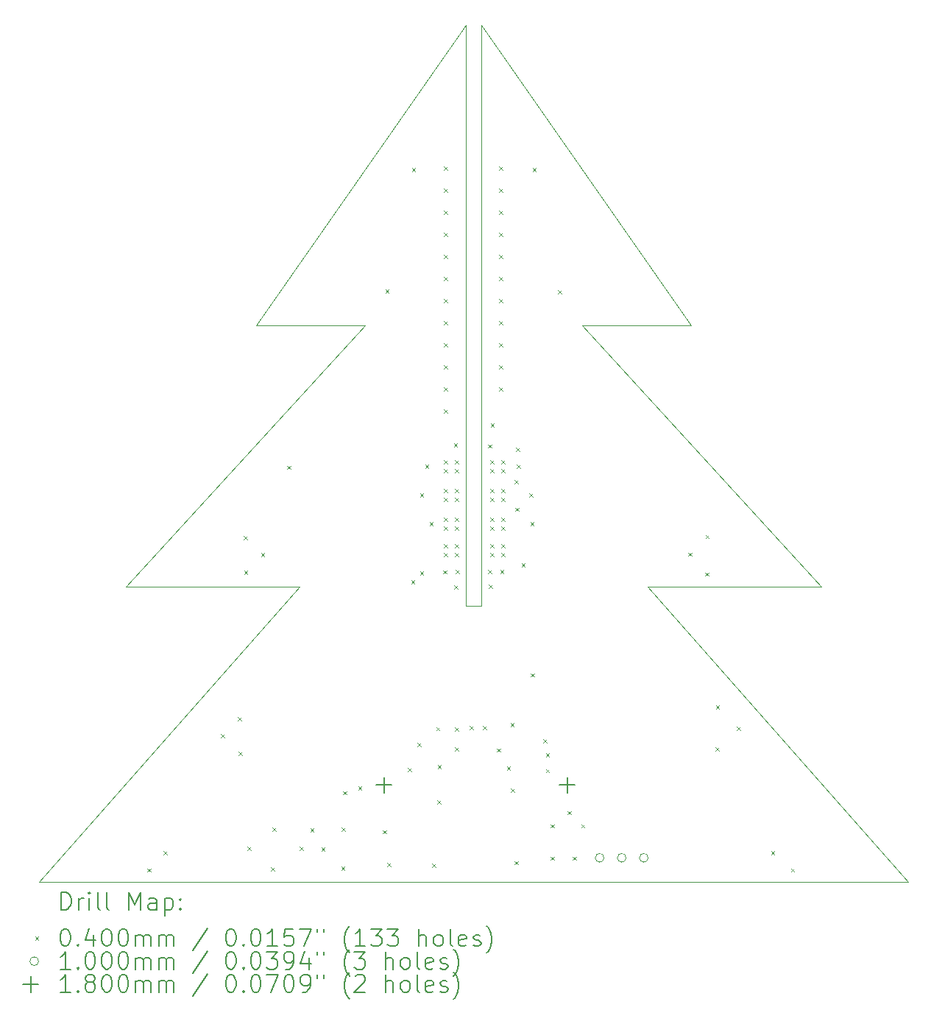
<source format=gbr>
%TF.GenerationSoftware,KiCad,Pcbnew,7.0.8*%
%TF.CreationDate,2024-06-18T20:24:33+02:00*%
%TF.ProjectId,PCB_Christmas_Tree,5043425f-4368-4726-9973-746d61735f54,rev?*%
%TF.SameCoordinates,Original*%
%TF.FileFunction,Drillmap*%
%TF.FilePolarity,Positive*%
%FSLAX45Y45*%
G04 Gerber Fmt 4.5, Leading zero omitted, Abs format (unit mm)*
G04 Created by KiCad (PCBNEW 7.0.8) date 2024-06-18 20:24:33*
%MOMM*%
%LPD*%
G01*
G04 APERTURE LIST*
%ADD10C,0.100000*%
%ADD11C,0.200000*%
%ADD12C,0.040000*%
%ADD13C,0.180000*%
G04 APERTURE END LIST*
D10*
X13004512Y-10229825D02*
X16004512Y-13629825D01*
X10914512Y-3769825D02*
X8504512Y-7229825D01*
X16004512Y-13629825D02*
X6004512Y-13629825D01*
X9004512Y-10229825D02*
X7004512Y-10229825D01*
X11094512Y-10449825D02*
X10914512Y-10449825D01*
X9754512Y-7229825D02*
X7004512Y-10229825D01*
X9004512Y-10229825D02*
X6004512Y-13629825D01*
X11094512Y-3769825D02*
X11094512Y-10449825D01*
X11094512Y-3769825D02*
X13504512Y-7229825D01*
X8504512Y-7229825D02*
X9754512Y-7229825D01*
X15004512Y-10229825D02*
X13004512Y-10229825D01*
X10914512Y-10449825D02*
X10914512Y-3769825D01*
X12254512Y-7229825D02*
X15004512Y-10229825D01*
X12254512Y-7229825D02*
X13504512Y-7229825D01*
D11*
D12*
X7251832Y-13470945D02*
X7291832Y-13510945D01*
X7291832Y-13470945D02*
X7251832Y-13510945D01*
X7434712Y-13272825D02*
X7474712Y-13312825D01*
X7474712Y-13272825D02*
X7434712Y-13312825D01*
X8095112Y-11926625D02*
X8135112Y-11966625D01*
X8135112Y-11926625D02*
X8095112Y-11966625D01*
X8293232Y-11733585D02*
X8333232Y-11773585D01*
X8333232Y-11733585D02*
X8293232Y-11773585D01*
X8298312Y-12129825D02*
X8338312Y-12169825D01*
X8338312Y-12129825D02*
X8298312Y-12169825D01*
X8359272Y-9650785D02*
X8399272Y-9690785D01*
X8399272Y-9650785D02*
X8359272Y-9690785D01*
X8364352Y-10047025D02*
X8404352Y-10087025D01*
X8404352Y-10047025D02*
X8364352Y-10087025D01*
X8399912Y-13222025D02*
X8439912Y-13262025D01*
X8439912Y-13222025D02*
X8399912Y-13262025D01*
X8557392Y-9843825D02*
X8597392Y-9883825D01*
X8597392Y-9843825D02*
X8557392Y-9883825D01*
X8674232Y-13455705D02*
X8714232Y-13495705D01*
X8714232Y-13455705D02*
X8674232Y-13495705D01*
X8689472Y-13003585D02*
X8729472Y-13043585D01*
X8729472Y-13003585D02*
X8689472Y-13043585D01*
X8857112Y-8840525D02*
X8897112Y-8880525D01*
X8897112Y-8840525D02*
X8857112Y-8880525D01*
X9004432Y-13222025D02*
X9044432Y-13262025D01*
X9044432Y-13222025D02*
X9004432Y-13262025D01*
X9126352Y-13008665D02*
X9166352Y-13048665D01*
X9166352Y-13008665D02*
X9126352Y-13048665D01*
X9253352Y-13232185D02*
X9293352Y-13272185D01*
X9293352Y-13232185D02*
X9253352Y-13272185D01*
X9481952Y-13450625D02*
X9521952Y-13490625D01*
X9521952Y-13450625D02*
X9481952Y-13490625D01*
X9487032Y-13003585D02*
X9527032Y-13043585D01*
X9527032Y-13003585D02*
X9487032Y-13043585D01*
X9502272Y-12581945D02*
X9542272Y-12621945D01*
X9542272Y-12581945D02*
X9502272Y-12621945D01*
X9674992Y-12526065D02*
X9714992Y-12566065D01*
X9714992Y-12526065D02*
X9674992Y-12566065D01*
X9962012Y-13031525D02*
X10002012Y-13071525D01*
X10002012Y-13031525D02*
X9962012Y-13071525D01*
X9989952Y-6811065D02*
X10029952Y-6851065D01*
X10029952Y-6811065D02*
X9989952Y-6851065D01*
X10010272Y-13409985D02*
X10050272Y-13449985D01*
X10050272Y-13409985D02*
X10010272Y-13449985D01*
X10249032Y-12312705D02*
X10289032Y-12352705D01*
X10289032Y-12312705D02*
X10249032Y-12352705D01*
X10284592Y-10158785D02*
X10324592Y-10198785D01*
X10324592Y-10158785D02*
X10284592Y-10198785D01*
X10294752Y-5414065D02*
X10334752Y-5454065D01*
X10334752Y-5414065D02*
X10294752Y-5454065D01*
X10355712Y-12028225D02*
X10395712Y-12068225D01*
X10395712Y-12028225D02*
X10355712Y-12068225D01*
X10386192Y-9156825D02*
X10426192Y-9196825D01*
X10426192Y-9156825D02*
X10386192Y-9196825D01*
X10386192Y-10052105D02*
X10426192Y-10092105D01*
X10426192Y-10052105D02*
X10386192Y-10092105D01*
X10447152Y-8826625D02*
X10487152Y-8866625D01*
X10487152Y-8826625D02*
X10447152Y-8866625D01*
X10497952Y-9487025D02*
X10537952Y-9527025D01*
X10537952Y-9487025D02*
X10497952Y-9527025D01*
X10528432Y-13415065D02*
X10568432Y-13455065D01*
X10568432Y-13415065D02*
X10528432Y-13455065D01*
X10574152Y-11845345D02*
X10614152Y-11885345D01*
X10614152Y-11845345D02*
X10574152Y-11885345D01*
X10584312Y-12688625D02*
X10624312Y-12728625D01*
X10624312Y-12688625D02*
X10584312Y-12728625D01*
X10589392Y-12282225D02*
X10629392Y-12322225D01*
X10629392Y-12282225D02*
X10589392Y-12322225D01*
X10655432Y-10041945D02*
X10695432Y-10081945D01*
X10695432Y-10041945D02*
X10655432Y-10081945D01*
X10660512Y-5398825D02*
X10700512Y-5438825D01*
X10700512Y-5398825D02*
X10660512Y-5438825D01*
X10660512Y-5652825D02*
X10700512Y-5692825D01*
X10700512Y-5652825D02*
X10660512Y-5692825D01*
X10660512Y-5906825D02*
X10700512Y-5946825D01*
X10700512Y-5906825D02*
X10660512Y-5946825D01*
X10660512Y-6160825D02*
X10700512Y-6200825D01*
X10700512Y-6160825D02*
X10660512Y-6200825D01*
X10660512Y-6414825D02*
X10700512Y-6454825D01*
X10700512Y-6414825D02*
X10660512Y-6454825D01*
X10660512Y-6668825D02*
X10700512Y-6708825D01*
X10700512Y-6668825D02*
X10660512Y-6708825D01*
X10660512Y-6922825D02*
X10700512Y-6962825D01*
X10700512Y-6922825D02*
X10660512Y-6962825D01*
X10660512Y-7176825D02*
X10700512Y-7216825D01*
X10700512Y-7176825D02*
X10660512Y-7216825D01*
X10660512Y-7430825D02*
X10700512Y-7470825D01*
X10700512Y-7430825D02*
X10660512Y-7470825D01*
X10660512Y-7684825D02*
X10700512Y-7724825D01*
X10700512Y-7684825D02*
X10660512Y-7724825D01*
X10660512Y-7938825D02*
X10700512Y-7978825D01*
X10700512Y-7938825D02*
X10660512Y-7978825D01*
X10660512Y-8192825D02*
X10700512Y-8232825D01*
X10700512Y-8192825D02*
X10660512Y-8232825D01*
X10660512Y-8777025D02*
X10700512Y-8817025D01*
X10700512Y-8777025D02*
X10660512Y-8817025D01*
X10660512Y-8878625D02*
X10700512Y-8918625D01*
X10700512Y-8878625D02*
X10660512Y-8918625D01*
X10660512Y-9107225D02*
X10700512Y-9147225D01*
X10700512Y-9107225D02*
X10660512Y-9147225D01*
X10660512Y-9208825D02*
X10700512Y-9248825D01*
X10700512Y-9208825D02*
X10660512Y-9248825D01*
X10660512Y-9437425D02*
X10700512Y-9477425D01*
X10700512Y-9437425D02*
X10660512Y-9477425D01*
X10660512Y-9539025D02*
X10700512Y-9579025D01*
X10700512Y-9539025D02*
X10660512Y-9579025D01*
X10660512Y-9742225D02*
X10700512Y-9782225D01*
X10700512Y-9742225D02*
X10660512Y-9782225D01*
X10660512Y-9843825D02*
X10700512Y-9883825D01*
X10700512Y-9843825D02*
X10660512Y-9883825D01*
X10777352Y-8583985D02*
X10817352Y-8623985D01*
X10817352Y-8583985D02*
X10777352Y-8623985D01*
X10782432Y-10214665D02*
X10822432Y-10254665D01*
X10822432Y-10214665D02*
X10782432Y-10254665D01*
X10787512Y-8777025D02*
X10827512Y-8817025D01*
X10827512Y-8777025D02*
X10787512Y-8817025D01*
X10787512Y-8878625D02*
X10827512Y-8918625D01*
X10827512Y-8878625D02*
X10787512Y-8918625D01*
X10787512Y-9107225D02*
X10827512Y-9147225D01*
X10827512Y-9107225D02*
X10787512Y-9147225D01*
X10787512Y-9208825D02*
X10827512Y-9248825D01*
X10827512Y-9208825D02*
X10787512Y-9248825D01*
X10787512Y-9437425D02*
X10827512Y-9477425D01*
X10827512Y-9437425D02*
X10787512Y-9477425D01*
X10787512Y-9539025D02*
X10827512Y-9579025D01*
X10827512Y-9539025D02*
X10787512Y-9579025D01*
X10787512Y-9742225D02*
X10827512Y-9782225D01*
X10827512Y-9742225D02*
X10787512Y-9782225D01*
X10787512Y-9843825D02*
X10827512Y-9883825D01*
X10827512Y-9843825D02*
X10787512Y-9883825D01*
X10787512Y-11850425D02*
X10827512Y-11890425D01*
X10827512Y-11850425D02*
X10787512Y-11890425D01*
X10787512Y-12079025D02*
X10827512Y-12119025D01*
X10827512Y-12079025D02*
X10787512Y-12119025D01*
X10797672Y-10036865D02*
X10837672Y-10076865D01*
X10837672Y-10036865D02*
X10797672Y-10076865D01*
X10960232Y-11830105D02*
X11000232Y-11870105D01*
X11000232Y-11830105D02*
X10960232Y-11870105D01*
X11112632Y-11830105D02*
X11152632Y-11870105D01*
X11152632Y-11830105D02*
X11112632Y-11870105D01*
X11168512Y-8594145D02*
X11208512Y-8634145D01*
X11208512Y-8594145D02*
X11168512Y-8634145D01*
X11168512Y-10036865D02*
X11208512Y-10076865D01*
X11208512Y-10036865D02*
X11168512Y-10076865D01*
X11178672Y-10209585D02*
X11218672Y-10249585D01*
X11218672Y-10209585D02*
X11178672Y-10249585D01*
X11193912Y-8777025D02*
X11233912Y-8817025D01*
X11233912Y-8777025D02*
X11193912Y-8817025D01*
X11193912Y-8878625D02*
X11233912Y-8918625D01*
X11233912Y-8878625D02*
X11193912Y-8918625D01*
X11193912Y-9107225D02*
X11233912Y-9147225D01*
X11233912Y-9107225D02*
X11193912Y-9147225D01*
X11193912Y-9208825D02*
X11233912Y-9248825D01*
X11233912Y-9208825D02*
X11193912Y-9248825D01*
X11193912Y-9437425D02*
X11233912Y-9477425D01*
X11233912Y-9437425D02*
X11193912Y-9477425D01*
X11193912Y-9539025D02*
X11233912Y-9579025D01*
X11233912Y-9539025D02*
X11193912Y-9579025D01*
X11193912Y-9742225D02*
X11233912Y-9782225D01*
X11233912Y-9742225D02*
X11193912Y-9782225D01*
X11193912Y-9843825D02*
X11233912Y-9883825D01*
X11233912Y-9843825D02*
X11193912Y-9883825D01*
X11198992Y-8355385D02*
X11238992Y-8395385D01*
X11238992Y-8355385D02*
X11198992Y-8395385D01*
X11270112Y-12091725D02*
X11310112Y-12131725D01*
X11310112Y-12091725D02*
X11270112Y-12131725D01*
X11295512Y-5398825D02*
X11335512Y-5438825D01*
X11335512Y-5398825D02*
X11295512Y-5438825D01*
X11295512Y-5652825D02*
X11335512Y-5692825D01*
X11335512Y-5652825D02*
X11295512Y-5692825D01*
X11295512Y-5906825D02*
X11335512Y-5946825D01*
X11335512Y-5906825D02*
X11295512Y-5946825D01*
X11295512Y-6160825D02*
X11335512Y-6200825D01*
X11335512Y-6160825D02*
X11295512Y-6200825D01*
X11295512Y-6414825D02*
X11335512Y-6454825D01*
X11335512Y-6414825D02*
X11295512Y-6454825D01*
X11295512Y-6668825D02*
X11335512Y-6708825D01*
X11335512Y-6668825D02*
X11295512Y-6708825D01*
X11295512Y-6922825D02*
X11335512Y-6962825D01*
X11335512Y-6922825D02*
X11295512Y-6962825D01*
X11295512Y-7176825D02*
X11335512Y-7216825D01*
X11335512Y-7176825D02*
X11295512Y-7216825D01*
X11295512Y-7430825D02*
X11335512Y-7470825D01*
X11335512Y-7430825D02*
X11295512Y-7470825D01*
X11295512Y-7684825D02*
X11335512Y-7724825D01*
X11335512Y-7684825D02*
X11295512Y-7724825D01*
X11295512Y-7938825D02*
X11335512Y-7978825D01*
X11335512Y-7938825D02*
X11295512Y-7978825D01*
X11310752Y-10036865D02*
X11350752Y-10076865D01*
X11350752Y-10036865D02*
X11310752Y-10076865D01*
X11320912Y-8777025D02*
X11360912Y-8817025D01*
X11360912Y-8777025D02*
X11320912Y-8817025D01*
X11320912Y-8878625D02*
X11360912Y-8918625D01*
X11360912Y-8878625D02*
X11320912Y-8918625D01*
X11320912Y-9107225D02*
X11360912Y-9147225D01*
X11360912Y-9107225D02*
X11320912Y-9147225D01*
X11320912Y-9208825D02*
X11360912Y-9248825D01*
X11360912Y-9208825D02*
X11320912Y-9248825D01*
X11320912Y-9437425D02*
X11360912Y-9477425D01*
X11360912Y-9437425D02*
X11320912Y-9477425D01*
X11320912Y-9539025D02*
X11360912Y-9579025D01*
X11360912Y-9539025D02*
X11320912Y-9579025D01*
X11320912Y-9742225D02*
X11360912Y-9782225D01*
X11360912Y-9742225D02*
X11320912Y-9782225D01*
X11320912Y-9843825D02*
X11360912Y-9883825D01*
X11360912Y-9843825D02*
X11320912Y-9883825D01*
X11386952Y-12297465D02*
X11426952Y-12337465D01*
X11426952Y-12297465D02*
X11386952Y-12337465D01*
X11427592Y-11799625D02*
X11467592Y-11839625D01*
X11467592Y-11799625D02*
X11427592Y-11839625D01*
X11432672Y-12551465D02*
X11472672Y-12591465D01*
X11472672Y-12551465D02*
X11432672Y-12591465D01*
X11473312Y-9005625D02*
X11513312Y-9045625D01*
X11513312Y-9005625D02*
X11473312Y-9045625D01*
X11473312Y-13387125D02*
X11513312Y-13427125D01*
X11513312Y-13387125D02*
X11473312Y-13427125D01*
X11486012Y-9323125D02*
X11526012Y-9363125D01*
X11526012Y-9323125D02*
X11486012Y-9363125D01*
X11493632Y-8634785D02*
X11533632Y-8674785D01*
X11533632Y-8634785D02*
X11493632Y-8674785D01*
X11498712Y-8827225D02*
X11538712Y-8867225D01*
X11538712Y-8827225D02*
X11498712Y-8867225D01*
X11555862Y-9964475D02*
X11595862Y-10004475D01*
X11595862Y-9964475D02*
X11555862Y-10004475D01*
X11646032Y-9157425D02*
X11686032Y-9197425D01*
X11686032Y-9157425D02*
X11646032Y-9197425D01*
X11656192Y-9487625D02*
X11696192Y-9527625D01*
X11696192Y-9487625D02*
X11656192Y-9527625D01*
X11663812Y-11227325D02*
X11703812Y-11267325D01*
X11703812Y-11227325D02*
X11663812Y-11267325D01*
X11681592Y-5414065D02*
X11721592Y-5454065D01*
X11721592Y-5414065D02*
X11681592Y-5454065D01*
X11803512Y-11982505D02*
X11843512Y-12022505D01*
X11843512Y-11982505D02*
X11803512Y-12022505D01*
X11833992Y-12145065D02*
X11873992Y-12185065D01*
X11873992Y-12145065D02*
X11833992Y-12185065D01*
X11833992Y-12327945D02*
X11873992Y-12367945D01*
X11873992Y-12327945D02*
X11833992Y-12367945D01*
X11889872Y-12962945D02*
X11929872Y-13002945D01*
X11929872Y-12962945D02*
X11889872Y-13002945D01*
X11892412Y-13336325D02*
X11932412Y-13376325D01*
X11932412Y-13336325D02*
X11892412Y-13376325D01*
X11976232Y-6821225D02*
X12016232Y-6861225D01*
X12016232Y-6821225D02*
X11976232Y-6861225D01*
X12082912Y-12810545D02*
X12122912Y-12850545D01*
X12122912Y-12810545D02*
X12082912Y-12850545D01*
X12146412Y-13336325D02*
X12186412Y-13376325D01*
X12186412Y-13336325D02*
X12146412Y-13376325D01*
X12240392Y-12962945D02*
X12280392Y-13002945D01*
X12280392Y-12962945D02*
X12240392Y-13002945D01*
X13474832Y-9838745D02*
X13514832Y-9878745D01*
X13514832Y-9838745D02*
X13474832Y-9878745D01*
X13667872Y-10067345D02*
X13707872Y-10107345D01*
X13707872Y-10067345D02*
X13667872Y-10107345D01*
X13672952Y-9635545D02*
X13712952Y-9675545D01*
X13712952Y-9635545D02*
X13672952Y-9675545D01*
X13784712Y-12079025D02*
X13824712Y-12119025D01*
X13824712Y-12079025D02*
X13784712Y-12119025D01*
X13789792Y-11596425D02*
X13829792Y-11636425D01*
X13829792Y-11596425D02*
X13789792Y-11636425D01*
X14033632Y-11840265D02*
X14073632Y-11880265D01*
X14073632Y-11840265D02*
X14033632Y-11880265D01*
X14426012Y-13273425D02*
X14466012Y-13313425D01*
X14466012Y-13273425D02*
X14426012Y-13313425D01*
X14653392Y-13470945D02*
X14693392Y-13510945D01*
X14693392Y-13470945D02*
X14653392Y-13510945D01*
D10*
X12504012Y-13349825D02*
G75*
G03*
X12504012Y-13349825I-50000J0D01*
G01*
X12758012Y-13349825D02*
G75*
G03*
X12758012Y-13349825I-50000J0D01*
G01*
X13012012Y-13349825D02*
G75*
G03*
X13012012Y-13349825I-50000J0D01*
G01*
D13*
X9973912Y-12422525D02*
X9973912Y-12602525D01*
X9883912Y-12512525D02*
X10063912Y-12512525D01*
X12082112Y-12422525D02*
X12082112Y-12602525D01*
X11992112Y-12512525D02*
X12172112Y-12512525D01*
D11*
X6260289Y-13946309D02*
X6260289Y-13746309D01*
X6260289Y-13746309D02*
X6307908Y-13746309D01*
X6307908Y-13746309D02*
X6336480Y-13755832D01*
X6336480Y-13755832D02*
X6355527Y-13774880D01*
X6355527Y-13774880D02*
X6365051Y-13793928D01*
X6365051Y-13793928D02*
X6374575Y-13832023D01*
X6374575Y-13832023D02*
X6374575Y-13860594D01*
X6374575Y-13860594D02*
X6365051Y-13898689D01*
X6365051Y-13898689D02*
X6355527Y-13917737D01*
X6355527Y-13917737D02*
X6336480Y-13936785D01*
X6336480Y-13936785D02*
X6307908Y-13946309D01*
X6307908Y-13946309D02*
X6260289Y-13946309D01*
X6460289Y-13946309D02*
X6460289Y-13812975D01*
X6460289Y-13851070D02*
X6469813Y-13832023D01*
X6469813Y-13832023D02*
X6479337Y-13822499D01*
X6479337Y-13822499D02*
X6498384Y-13812975D01*
X6498384Y-13812975D02*
X6517432Y-13812975D01*
X6584099Y-13946309D02*
X6584099Y-13812975D01*
X6584099Y-13746309D02*
X6574575Y-13755832D01*
X6574575Y-13755832D02*
X6584099Y-13765356D01*
X6584099Y-13765356D02*
X6593622Y-13755832D01*
X6593622Y-13755832D02*
X6584099Y-13746309D01*
X6584099Y-13746309D02*
X6584099Y-13765356D01*
X6707908Y-13946309D02*
X6688861Y-13936785D01*
X6688861Y-13936785D02*
X6679337Y-13917737D01*
X6679337Y-13917737D02*
X6679337Y-13746309D01*
X6812670Y-13946309D02*
X6793622Y-13936785D01*
X6793622Y-13936785D02*
X6784099Y-13917737D01*
X6784099Y-13917737D02*
X6784099Y-13746309D01*
X7041242Y-13946309D02*
X7041242Y-13746309D01*
X7041242Y-13746309D02*
X7107908Y-13889166D01*
X7107908Y-13889166D02*
X7174575Y-13746309D01*
X7174575Y-13746309D02*
X7174575Y-13946309D01*
X7355527Y-13946309D02*
X7355527Y-13841547D01*
X7355527Y-13841547D02*
X7346003Y-13822499D01*
X7346003Y-13822499D02*
X7326956Y-13812975D01*
X7326956Y-13812975D02*
X7288861Y-13812975D01*
X7288861Y-13812975D02*
X7269813Y-13822499D01*
X7355527Y-13936785D02*
X7336480Y-13946309D01*
X7336480Y-13946309D02*
X7288861Y-13946309D01*
X7288861Y-13946309D02*
X7269813Y-13936785D01*
X7269813Y-13936785D02*
X7260289Y-13917737D01*
X7260289Y-13917737D02*
X7260289Y-13898689D01*
X7260289Y-13898689D02*
X7269813Y-13879642D01*
X7269813Y-13879642D02*
X7288861Y-13870118D01*
X7288861Y-13870118D02*
X7336480Y-13870118D01*
X7336480Y-13870118D02*
X7355527Y-13860594D01*
X7450765Y-13812975D02*
X7450765Y-14012975D01*
X7450765Y-13822499D02*
X7469813Y-13812975D01*
X7469813Y-13812975D02*
X7507908Y-13812975D01*
X7507908Y-13812975D02*
X7526956Y-13822499D01*
X7526956Y-13822499D02*
X7536480Y-13832023D01*
X7536480Y-13832023D02*
X7546003Y-13851070D01*
X7546003Y-13851070D02*
X7546003Y-13908213D01*
X7546003Y-13908213D02*
X7536480Y-13927261D01*
X7536480Y-13927261D02*
X7526956Y-13936785D01*
X7526956Y-13936785D02*
X7507908Y-13946309D01*
X7507908Y-13946309D02*
X7469813Y-13946309D01*
X7469813Y-13946309D02*
X7450765Y-13936785D01*
X7631718Y-13927261D02*
X7641242Y-13936785D01*
X7641242Y-13936785D02*
X7631718Y-13946309D01*
X7631718Y-13946309D02*
X7622194Y-13936785D01*
X7622194Y-13936785D02*
X7631718Y-13927261D01*
X7631718Y-13927261D02*
X7631718Y-13946309D01*
X7631718Y-13822499D02*
X7641242Y-13832023D01*
X7641242Y-13832023D02*
X7631718Y-13841547D01*
X7631718Y-13841547D02*
X7622194Y-13832023D01*
X7622194Y-13832023D02*
X7631718Y-13822499D01*
X7631718Y-13822499D02*
X7631718Y-13841547D01*
D12*
X5959512Y-14254825D02*
X5999512Y-14294825D01*
X5999512Y-14254825D02*
X5959512Y-14294825D01*
D11*
X6298384Y-14166309D02*
X6317432Y-14166309D01*
X6317432Y-14166309D02*
X6336480Y-14175832D01*
X6336480Y-14175832D02*
X6346003Y-14185356D01*
X6346003Y-14185356D02*
X6355527Y-14204404D01*
X6355527Y-14204404D02*
X6365051Y-14242499D01*
X6365051Y-14242499D02*
X6365051Y-14290118D01*
X6365051Y-14290118D02*
X6355527Y-14328213D01*
X6355527Y-14328213D02*
X6346003Y-14347261D01*
X6346003Y-14347261D02*
X6336480Y-14356785D01*
X6336480Y-14356785D02*
X6317432Y-14366309D01*
X6317432Y-14366309D02*
X6298384Y-14366309D01*
X6298384Y-14366309D02*
X6279337Y-14356785D01*
X6279337Y-14356785D02*
X6269813Y-14347261D01*
X6269813Y-14347261D02*
X6260289Y-14328213D01*
X6260289Y-14328213D02*
X6250765Y-14290118D01*
X6250765Y-14290118D02*
X6250765Y-14242499D01*
X6250765Y-14242499D02*
X6260289Y-14204404D01*
X6260289Y-14204404D02*
X6269813Y-14185356D01*
X6269813Y-14185356D02*
X6279337Y-14175832D01*
X6279337Y-14175832D02*
X6298384Y-14166309D01*
X6450765Y-14347261D02*
X6460289Y-14356785D01*
X6460289Y-14356785D02*
X6450765Y-14366309D01*
X6450765Y-14366309D02*
X6441242Y-14356785D01*
X6441242Y-14356785D02*
X6450765Y-14347261D01*
X6450765Y-14347261D02*
X6450765Y-14366309D01*
X6631718Y-14232975D02*
X6631718Y-14366309D01*
X6584099Y-14156785D02*
X6536480Y-14299642D01*
X6536480Y-14299642D02*
X6660289Y-14299642D01*
X6774575Y-14166309D02*
X6793623Y-14166309D01*
X6793623Y-14166309D02*
X6812670Y-14175832D01*
X6812670Y-14175832D02*
X6822194Y-14185356D01*
X6822194Y-14185356D02*
X6831718Y-14204404D01*
X6831718Y-14204404D02*
X6841242Y-14242499D01*
X6841242Y-14242499D02*
X6841242Y-14290118D01*
X6841242Y-14290118D02*
X6831718Y-14328213D01*
X6831718Y-14328213D02*
X6822194Y-14347261D01*
X6822194Y-14347261D02*
X6812670Y-14356785D01*
X6812670Y-14356785D02*
X6793623Y-14366309D01*
X6793623Y-14366309D02*
X6774575Y-14366309D01*
X6774575Y-14366309D02*
X6755527Y-14356785D01*
X6755527Y-14356785D02*
X6746003Y-14347261D01*
X6746003Y-14347261D02*
X6736480Y-14328213D01*
X6736480Y-14328213D02*
X6726956Y-14290118D01*
X6726956Y-14290118D02*
X6726956Y-14242499D01*
X6726956Y-14242499D02*
X6736480Y-14204404D01*
X6736480Y-14204404D02*
X6746003Y-14185356D01*
X6746003Y-14185356D02*
X6755527Y-14175832D01*
X6755527Y-14175832D02*
X6774575Y-14166309D01*
X6965051Y-14166309D02*
X6984099Y-14166309D01*
X6984099Y-14166309D02*
X7003146Y-14175832D01*
X7003146Y-14175832D02*
X7012670Y-14185356D01*
X7012670Y-14185356D02*
X7022194Y-14204404D01*
X7022194Y-14204404D02*
X7031718Y-14242499D01*
X7031718Y-14242499D02*
X7031718Y-14290118D01*
X7031718Y-14290118D02*
X7022194Y-14328213D01*
X7022194Y-14328213D02*
X7012670Y-14347261D01*
X7012670Y-14347261D02*
X7003146Y-14356785D01*
X7003146Y-14356785D02*
X6984099Y-14366309D01*
X6984099Y-14366309D02*
X6965051Y-14366309D01*
X6965051Y-14366309D02*
X6946003Y-14356785D01*
X6946003Y-14356785D02*
X6936480Y-14347261D01*
X6936480Y-14347261D02*
X6926956Y-14328213D01*
X6926956Y-14328213D02*
X6917432Y-14290118D01*
X6917432Y-14290118D02*
X6917432Y-14242499D01*
X6917432Y-14242499D02*
X6926956Y-14204404D01*
X6926956Y-14204404D02*
X6936480Y-14185356D01*
X6936480Y-14185356D02*
X6946003Y-14175832D01*
X6946003Y-14175832D02*
X6965051Y-14166309D01*
X7117432Y-14366309D02*
X7117432Y-14232975D01*
X7117432Y-14252023D02*
X7126956Y-14242499D01*
X7126956Y-14242499D02*
X7146003Y-14232975D01*
X7146003Y-14232975D02*
X7174575Y-14232975D01*
X7174575Y-14232975D02*
X7193623Y-14242499D01*
X7193623Y-14242499D02*
X7203146Y-14261547D01*
X7203146Y-14261547D02*
X7203146Y-14366309D01*
X7203146Y-14261547D02*
X7212670Y-14242499D01*
X7212670Y-14242499D02*
X7231718Y-14232975D01*
X7231718Y-14232975D02*
X7260289Y-14232975D01*
X7260289Y-14232975D02*
X7279337Y-14242499D01*
X7279337Y-14242499D02*
X7288861Y-14261547D01*
X7288861Y-14261547D02*
X7288861Y-14366309D01*
X7384099Y-14366309D02*
X7384099Y-14232975D01*
X7384099Y-14252023D02*
X7393623Y-14242499D01*
X7393623Y-14242499D02*
X7412670Y-14232975D01*
X7412670Y-14232975D02*
X7441242Y-14232975D01*
X7441242Y-14232975D02*
X7460289Y-14242499D01*
X7460289Y-14242499D02*
X7469813Y-14261547D01*
X7469813Y-14261547D02*
X7469813Y-14366309D01*
X7469813Y-14261547D02*
X7479337Y-14242499D01*
X7479337Y-14242499D02*
X7498384Y-14232975D01*
X7498384Y-14232975D02*
X7526956Y-14232975D01*
X7526956Y-14232975D02*
X7546004Y-14242499D01*
X7546004Y-14242499D02*
X7555527Y-14261547D01*
X7555527Y-14261547D02*
X7555527Y-14366309D01*
X7946004Y-14156785D02*
X7774575Y-14413928D01*
X8203146Y-14166309D02*
X8222194Y-14166309D01*
X8222194Y-14166309D02*
X8241242Y-14175832D01*
X8241242Y-14175832D02*
X8250766Y-14185356D01*
X8250766Y-14185356D02*
X8260289Y-14204404D01*
X8260289Y-14204404D02*
X8269813Y-14242499D01*
X8269813Y-14242499D02*
X8269813Y-14290118D01*
X8269813Y-14290118D02*
X8260289Y-14328213D01*
X8260289Y-14328213D02*
X8250766Y-14347261D01*
X8250766Y-14347261D02*
X8241242Y-14356785D01*
X8241242Y-14356785D02*
X8222194Y-14366309D01*
X8222194Y-14366309D02*
X8203146Y-14366309D01*
X8203146Y-14366309D02*
X8184099Y-14356785D01*
X8184099Y-14356785D02*
X8174575Y-14347261D01*
X8174575Y-14347261D02*
X8165051Y-14328213D01*
X8165051Y-14328213D02*
X8155527Y-14290118D01*
X8155527Y-14290118D02*
X8155527Y-14242499D01*
X8155527Y-14242499D02*
X8165051Y-14204404D01*
X8165051Y-14204404D02*
X8174575Y-14185356D01*
X8174575Y-14185356D02*
X8184099Y-14175832D01*
X8184099Y-14175832D02*
X8203146Y-14166309D01*
X8355527Y-14347261D02*
X8365051Y-14356785D01*
X8365051Y-14356785D02*
X8355527Y-14366309D01*
X8355527Y-14366309D02*
X8346004Y-14356785D01*
X8346004Y-14356785D02*
X8355527Y-14347261D01*
X8355527Y-14347261D02*
X8355527Y-14366309D01*
X8488861Y-14166309D02*
X8507909Y-14166309D01*
X8507909Y-14166309D02*
X8526956Y-14175832D01*
X8526956Y-14175832D02*
X8536480Y-14185356D01*
X8536480Y-14185356D02*
X8546004Y-14204404D01*
X8546004Y-14204404D02*
X8555528Y-14242499D01*
X8555528Y-14242499D02*
X8555528Y-14290118D01*
X8555528Y-14290118D02*
X8546004Y-14328213D01*
X8546004Y-14328213D02*
X8536480Y-14347261D01*
X8536480Y-14347261D02*
X8526956Y-14356785D01*
X8526956Y-14356785D02*
X8507909Y-14366309D01*
X8507909Y-14366309D02*
X8488861Y-14366309D01*
X8488861Y-14366309D02*
X8469813Y-14356785D01*
X8469813Y-14356785D02*
X8460289Y-14347261D01*
X8460289Y-14347261D02*
X8450766Y-14328213D01*
X8450766Y-14328213D02*
X8441242Y-14290118D01*
X8441242Y-14290118D02*
X8441242Y-14242499D01*
X8441242Y-14242499D02*
X8450766Y-14204404D01*
X8450766Y-14204404D02*
X8460289Y-14185356D01*
X8460289Y-14185356D02*
X8469813Y-14175832D01*
X8469813Y-14175832D02*
X8488861Y-14166309D01*
X8746004Y-14366309D02*
X8631718Y-14366309D01*
X8688861Y-14366309D02*
X8688861Y-14166309D01*
X8688861Y-14166309D02*
X8669813Y-14194880D01*
X8669813Y-14194880D02*
X8650766Y-14213928D01*
X8650766Y-14213928D02*
X8631718Y-14223451D01*
X8926956Y-14166309D02*
X8831718Y-14166309D01*
X8831718Y-14166309D02*
X8822194Y-14261547D01*
X8822194Y-14261547D02*
X8831718Y-14252023D01*
X8831718Y-14252023D02*
X8850766Y-14242499D01*
X8850766Y-14242499D02*
X8898385Y-14242499D01*
X8898385Y-14242499D02*
X8917432Y-14252023D01*
X8917432Y-14252023D02*
X8926956Y-14261547D01*
X8926956Y-14261547D02*
X8936480Y-14280594D01*
X8936480Y-14280594D02*
X8936480Y-14328213D01*
X8936480Y-14328213D02*
X8926956Y-14347261D01*
X8926956Y-14347261D02*
X8917432Y-14356785D01*
X8917432Y-14356785D02*
X8898385Y-14366309D01*
X8898385Y-14366309D02*
X8850766Y-14366309D01*
X8850766Y-14366309D02*
X8831718Y-14356785D01*
X8831718Y-14356785D02*
X8822194Y-14347261D01*
X9003147Y-14166309D02*
X9136480Y-14166309D01*
X9136480Y-14166309D02*
X9050766Y-14366309D01*
X9203147Y-14166309D02*
X9203147Y-14204404D01*
X9279337Y-14166309D02*
X9279337Y-14204404D01*
X9574575Y-14442499D02*
X9565051Y-14432975D01*
X9565051Y-14432975D02*
X9546004Y-14404404D01*
X9546004Y-14404404D02*
X9536480Y-14385356D01*
X9536480Y-14385356D02*
X9526956Y-14356785D01*
X9526956Y-14356785D02*
X9517432Y-14309166D01*
X9517432Y-14309166D02*
X9517432Y-14271070D01*
X9517432Y-14271070D02*
X9526956Y-14223451D01*
X9526956Y-14223451D02*
X9536480Y-14194880D01*
X9536480Y-14194880D02*
X9546004Y-14175832D01*
X9546004Y-14175832D02*
X9565051Y-14147261D01*
X9565051Y-14147261D02*
X9574575Y-14137737D01*
X9755528Y-14366309D02*
X9641242Y-14366309D01*
X9698385Y-14366309D02*
X9698385Y-14166309D01*
X9698385Y-14166309D02*
X9679337Y-14194880D01*
X9679337Y-14194880D02*
X9660290Y-14213928D01*
X9660290Y-14213928D02*
X9641242Y-14223451D01*
X9822194Y-14166309D02*
X9946004Y-14166309D01*
X9946004Y-14166309D02*
X9879337Y-14242499D01*
X9879337Y-14242499D02*
X9907909Y-14242499D01*
X9907909Y-14242499D02*
X9926956Y-14252023D01*
X9926956Y-14252023D02*
X9936480Y-14261547D01*
X9936480Y-14261547D02*
X9946004Y-14280594D01*
X9946004Y-14280594D02*
X9946004Y-14328213D01*
X9946004Y-14328213D02*
X9936480Y-14347261D01*
X9936480Y-14347261D02*
X9926956Y-14356785D01*
X9926956Y-14356785D02*
X9907909Y-14366309D01*
X9907909Y-14366309D02*
X9850766Y-14366309D01*
X9850766Y-14366309D02*
X9831718Y-14356785D01*
X9831718Y-14356785D02*
X9822194Y-14347261D01*
X10012671Y-14166309D02*
X10136480Y-14166309D01*
X10136480Y-14166309D02*
X10069813Y-14242499D01*
X10069813Y-14242499D02*
X10098385Y-14242499D01*
X10098385Y-14242499D02*
X10117432Y-14252023D01*
X10117432Y-14252023D02*
X10126956Y-14261547D01*
X10126956Y-14261547D02*
X10136480Y-14280594D01*
X10136480Y-14280594D02*
X10136480Y-14328213D01*
X10136480Y-14328213D02*
X10126956Y-14347261D01*
X10126956Y-14347261D02*
X10117432Y-14356785D01*
X10117432Y-14356785D02*
X10098385Y-14366309D01*
X10098385Y-14366309D02*
X10041242Y-14366309D01*
X10041242Y-14366309D02*
X10022194Y-14356785D01*
X10022194Y-14356785D02*
X10012671Y-14347261D01*
X10374575Y-14366309D02*
X10374575Y-14166309D01*
X10460290Y-14366309D02*
X10460290Y-14261547D01*
X10460290Y-14261547D02*
X10450766Y-14242499D01*
X10450766Y-14242499D02*
X10431718Y-14232975D01*
X10431718Y-14232975D02*
X10403147Y-14232975D01*
X10403147Y-14232975D02*
X10384099Y-14242499D01*
X10384099Y-14242499D02*
X10374575Y-14252023D01*
X10584099Y-14366309D02*
X10565052Y-14356785D01*
X10565052Y-14356785D02*
X10555528Y-14347261D01*
X10555528Y-14347261D02*
X10546004Y-14328213D01*
X10546004Y-14328213D02*
X10546004Y-14271070D01*
X10546004Y-14271070D02*
X10555528Y-14252023D01*
X10555528Y-14252023D02*
X10565052Y-14242499D01*
X10565052Y-14242499D02*
X10584099Y-14232975D01*
X10584099Y-14232975D02*
X10612671Y-14232975D01*
X10612671Y-14232975D02*
X10631718Y-14242499D01*
X10631718Y-14242499D02*
X10641242Y-14252023D01*
X10641242Y-14252023D02*
X10650766Y-14271070D01*
X10650766Y-14271070D02*
X10650766Y-14328213D01*
X10650766Y-14328213D02*
X10641242Y-14347261D01*
X10641242Y-14347261D02*
X10631718Y-14356785D01*
X10631718Y-14356785D02*
X10612671Y-14366309D01*
X10612671Y-14366309D02*
X10584099Y-14366309D01*
X10765052Y-14366309D02*
X10746004Y-14356785D01*
X10746004Y-14356785D02*
X10736480Y-14337737D01*
X10736480Y-14337737D02*
X10736480Y-14166309D01*
X10917433Y-14356785D02*
X10898385Y-14366309D01*
X10898385Y-14366309D02*
X10860290Y-14366309D01*
X10860290Y-14366309D02*
X10841242Y-14356785D01*
X10841242Y-14356785D02*
X10831718Y-14337737D01*
X10831718Y-14337737D02*
X10831718Y-14261547D01*
X10831718Y-14261547D02*
X10841242Y-14242499D01*
X10841242Y-14242499D02*
X10860290Y-14232975D01*
X10860290Y-14232975D02*
X10898385Y-14232975D01*
X10898385Y-14232975D02*
X10917433Y-14242499D01*
X10917433Y-14242499D02*
X10926956Y-14261547D01*
X10926956Y-14261547D02*
X10926956Y-14280594D01*
X10926956Y-14280594D02*
X10831718Y-14299642D01*
X11003147Y-14356785D02*
X11022194Y-14366309D01*
X11022194Y-14366309D02*
X11060290Y-14366309D01*
X11060290Y-14366309D02*
X11079337Y-14356785D01*
X11079337Y-14356785D02*
X11088861Y-14337737D01*
X11088861Y-14337737D02*
X11088861Y-14328213D01*
X11088861Y-14328213D02*
X11079337Y-14309166D01*
X11079337Y-14309166D02*
X11060290Y-14299642D01*
X11060290Y-14299642D02*
X11031718Y-14299642D01*
X11031718Y-14299642D02*
X11012671Y-14290118D01*
X11012671Y-14290118D02*
X11003147Y-14271070D01*
X11003147Y-14271070D02*
X11003147Y-14261547D01*
X11003147Y-14261547D02*
X11012671Y-14242499D01*
X11012671Y-14242499D02*
X11031718Y-14232975D01*
X11031718Y-14232975D02*
X11060290Y-14232975D01*
X11060290Y-14232975D02*
X11079337Y-14242499D01*
X11155528Y-14442499D02*
X11165052Y-14432975D01*
X11165052Y-14432975D02*
X11184099Y-14404404D01*
X11184099Y-14404404D02*
X11193623Y-14385356D01*
X11193623Y-14385356D02*
X11203147Y-14356785D01*
X11203147Y-14356785D02*
X11212671Y-14309166D01*
X11212671Y-14309166D02*
X11212671Y-14271070D01*
X11212671Y-14271070D02*
X11203147Y-14223451D01*
X11203147Y-14223451D02*
X11193623Y-14194880D01*
X11193623Y-14194880D02*
X11184099Y-14175832D01*
X11184099Y-14175832D02*
X11165052Y-14147261D01*
X11165052Y-14147261D02*
X11155528Y-14137737D01*
D10*
X5999512Y-14538825D02*
G75*
G03*
X5999512Y-14538825I-50000J0D01*
G01*
D11*
X6365051Y-14630309D02*
X6250765Y-14630309D01*
X6307908Y-14630309D02*
X6307908Y-14430309D01*
X6307908Y-14430309D02*
X6288861Y-14458880D01*
X6288861Y-14458880D02*
X6269813Y-14477928D01*
X6269813Y-14477928D02*
X6250765Y-14487451D01*
X6450765Y-14611261D02*
X6460289Y-14620785D01*
X6460289Y-14620785D02*
X6450765Y-14630309D01*
X6450765Y-14630309D02*
X6441242Y-14620785D01*
X6441242Y-14620785D02*
X6450765Y-14611261D01*
X6450765Y-14611261D02*
X6450765Y-14630309D01*
X6584099Y-14430309D02*
X6603146Y-14430309D01*
X6603146Y-14430309D02*
X6622194Y-14439832D01*
X6622194Y-14439832D02*
X6631718Y-14449356D01*
X6631718Y-14449356D02*
X6641242Y-14468404D01*
X6641242Y-14468404D02*
X6650765Y-14506499D01*
X6650765Y-14506499D02*
X6650765Y-14554118D01*
X6650765Y-14554118D02*
X6641242Y-14592213D01*
X6641242Y-14592213D02*
X6631718Y-14611261D01*
X6631718Y-14611261D02*
X6622194Y-14620785D01*
X6622194Y-14620785D02*
X6603146Y-14630309D01*
X6603146Y-14630309D02*
X6584099Y-14630309D01*
X6584099Y-14630309D02*
X6565051Y-14620785D01*
X6565051Y-14620785D02*
X6555527Y-14611261D01*
X6555527Y-14611261D02*
X6546003Y-14592213D01*
X6546003Y-14592213D02*
X6536480Y-14554118D01*
X6536480Y-14554118D02*
X6536480Y-14506499D01*
X6536480Y-14506499D02*
X6546003Y-14468404D01*
X6546003Y-14468404D02*
X6555527Y-14449356D01*
X6555527Y-14449356D02*
X6565051Y-14439832D01*
X6565051Y-14439832D02*
X6584099Y-14430309D01*
X6774575Y-14430309D02*
X6793623Y-14430309D01*
X6793623Y-14430309D02*
X6812670Y-14439832D01*
X6812670Y-14439832D02*
X6822194Y-14449356D01*
X6822194Y-14449356D02*
X6831718Y-14468404D01*
X6831718Y-14468404D02*
X6841242Y-14506499D01*
X6841242Y-14506499D02*
X6841242Y-14554118D01*
X6841242Y-14554118D02*
X6831718Y-14592213D01*
X6831718Y-14592213D02*
X6822194Y-14611261D01*
X6822194Y-14611261D02*
X6812670Y-14620785D01*
X6812670Y-14620785D02*
X6793623Y-14630309D01*
X6793623Y-14630309D02*
X6774575Y-14630309D01*
X6774575Y-14630309D02*
X6755527Y-14620785D01*
X6755527Y-14620785D02*
X6746003Y-14611261D01*
X6746003Y-14611261D02*
X6736480Y-14592213D01*
X6736480Y-14592213D02*
X6726956Y-14554118D01*
X6726956Y-14554118D02*
X6726956Y-14506499D01*
X6726956Y-14506499D02*
X6736480Y-14468404D01*
X6736480Y-14468404D02*
X6746003Y-14449356D01*
X6746003Y-14449356D02*
X6755527Y-14439832D01*
X6755527Y-14439832D02*
X6774575Y-14430309D01*
X6965051Y-14430309D02*
X6984099Y-14430309D01*
X6984099Y-14430309D02*
X7003146Y-14439832D01*
X7003146Y-14439832D02*
X7012670Y-14449356D01*
X7012670Y-14449356D02*
X7022194Y-14468404D01*
X7022194Y-14468404D02*
X7031718Y-14506499D01*
X7031718Y-14506499D02*
X7031718Y-14554118D01*
X7031718Y-14554118D02*
X7022194Y-14592213D01*
X7022194Y-14592213D02*
X7012670Y-14611261D01*
X7012670Y-14611261D02*
X7003146Y-14620785D01*
X7003146Y-14620785D02*
X6984099Y-14630309D01*
X6984099Y-14630309D02*
X6965051Y-14630309D01*
X6965051Y-14630309D02*
X6946003Y-14620785D01*
X6946003Y-14620785D02*
X6936480Y-14611261D01*
X6936480Y-14611261D02*
X6926956Y-14592213D01*
X6926956Y-14592213D02*
X6917432Y-14554118D01*
X6917432Y-14554118D02*
X6917432Y-14506499D01*
X6917432Y-14506499D02*
X6926956Y-14468404D01*
X6926956Y-14468404D02*
X6936480Y-14449356D01*
X6936480Y-14449356D02*
X6946003Y-14439832D01*
X6946003Y-14439832D02*
X6965051Y-14430309D01*
X7117432Y-14630309D02*
X7117432Y-14496975D01*
X7117432Y-14516023D02*
X7126956Y-14506499D01*
X7126956Y-14506499D02*
X7146003Y-14496975D01*
X7146003Y-14496975D02*
X7174575Y-14496975D01*
X7174575Y-14496975D02*
X7193623Y-14506499D01*
X7193623Y-14506499D02*
X7203146Y-14525547D01*
X7203146Y-14525547D02*
X7203146Y-14630309D01*
X7203146Y-14525547D02*
X7212670Y-14506499D01*
X7212670Y-14506499D02*
X7231718Y-14496975D01*
X7231718Y-14496975D02*
X7260289Y-14496975D01*
X7260289Y-14496975D02*
X7279337Y-14506499D01*
X7279337Y-14506499D02*
X7288861Y-14525547D01*
X7288861Y-14525547D02*
X7288861Y-14630309D01*
X7384099Y-14630309D02*
X7384099Y-14496975D01*
X7384099Y-14516023D02*
X7393623Y-14506499D01*
X7393623Y-14506499D02*
X7412670Y-14496975D01*
X7412670Y-14496975D02*
X7441242Y-14496975D01*
X7441242Y-14496975D02*
X7460289Y-14506499D01*
X7460289Y-14506499D02*
X7469813Y-14525547D01*
X7469813Y-14525547D02*
X7469813Y-14630309D01*
X7469813Y-14525547D02*
X7479337Y-14506499D01*
X7479337Y-14506499D02*
X7498384Y-14496975D01*
X7498384Y-14496975D02*
X7526956Y-14496975D01*
X7526956Y-14496975D02*
X7546004Y-14506499D01*
X7546004Y-14506499D02*
X7555527Y-14525547D01*
X7555527Y-14525547D02*
X7555527Y-14630309D01*
X7946004Y-14420785D02*
X7774575Y-14677928D01*
X8203146Y-14430309D02*
X8222194Y-14430309D01*
X8222194Y-14430309D02*
X8241242Y-14439832D01*
X8241242Y-14439832D02*
X8250766Y-14449356D01*
X8250766Y-14449356D02*
X8260289Y-14468404D01*
X8260289Y-14468404D02*
X8269813Y-14506499D01*
X8269813Y-14506499D02*
X8269813Y-14554118D01*
X8269813Y-14554118D02*
X8260289Y-14592213D01*
X8260289Y-14592213D02*
X8250766Y-14611261D01*
X8250766Y-14611261D02*
X8241242Y-14620785D01*
X8241242Y-14620785D02*
X8222194Y-14630309D01*
X8222194Y-14630309D02*
X8203146Y-14630309D01*
X8203146Y-14630309D02*
X8184099Y-14620785D01*
X8184099Y-14620785D02*
X8174575Y-14611261D01*
X8174575Y-14611261D02*
X8165051Y-14592213D01*
X8165051Y-14592213D02*
X8155527Y-14554118D01*
X8155527Y-14554118D02*
X8155527Y-14506499D01*
X8155527Y-14506499D02*
X8165051Y-14468404D01*
X8165051Y-14468404D02*
X8174575Y-14449356D01*
X8174575Y-14449356D02*
X8184099Y-14439832D01*
X8184099Y-14439832D02*
X8203146Y-14430309D01*
X8355527Y-14611261D02*
X8365051Y-14620785D01*
X8365051Y-14620785D02*
X8355527Y-14630309D01*
X8355527Y-14630309D02*
X8346004Y-14620785D01*
X8346004Y-14620785D02*
X8355527Y-14611261D01*
X8355527Y-14611261D02*
X8355527Y-14630309D01*
X8488861Y-14430309D02*
X8507909Y-14430309D01*
X8507909Y-14430309D02*
X8526956Y-14439832D01*
X8526956Y-14439832D02*
X8536480Y-14449356D01*
X8536480Y-14449356D02*
X8546004Y-14468404D01*
X8546004Y-14468404D02*
X8555528Y-14506499D01*
X8555528Y-14506499D02*
X8555528Y-14554118D01*
X8555528Y-14554118D02*
X8546004Y-14592213D01*
X8546004Y-14592213D02*
X8536480Y-14611261D01*
X8536480Y-14611261D02*
X8526956Y-14620785D01*
X8526956Y-14620785D02*
X8507909Y-14630309D01*
X8507909Y-14630309D02*
X8488861Y-14630309D01*
X8488861Y-14630309D02*
X8469813Y-14620785D01*
X8469813Y-14620785D02*
X8460289Y-14611261D01*
X8460289Y-14611261D02*
X8450766Y-14592213D01*
X8450766Y-14592213D02*
X8441242Y-14554118D01*
X8441242Y-14554118D02*
X8441242Y-14506499D01*
X8441242Y-14506499D02*
X8450766Y-14468404D01*
X8450766Y-14468404D02*
X8460289Y-14449356D01*
X8460289Y-14449356D02*
X8469813Y-14439832D01*
X8469813Y-14439832D02*
X8488861Y-14430309D01*
X8622194Y-14430309D02*
X8746004Y-14430309D01*
X8746004Y-14430309D02*
X8679337Y-14506499D01*
X8679337Y-14506499D02*
X8707909Y-14506499D01*
X8707909Y-14506499D02*
X8726956Y-14516023D01*
X8726956Y-14516023D02*
X8736480Y-14525547D01*
X8736480Y-14525547D02*
X8746004Y-14544594D01*
X8746004Y-14544594D02*
X8746004Y-14592213D01*
X8746004Y-14592213D02*
X8736480Y-14611261D01*
X8736480Y-14611261D02*
X8726956Y-14620785D01*
X8726956Y-14620785D02*
X8707909Y-14630309D01*
X8707909Y-14630309D02*
X8650766Y-14630309D01*
X8650766Y-14630309D02*
X8631718Y-14620785D01*
X8631718Y-14620785D02*
X8622194Y-14611261D01*
X8841242Y-14630309D02*
X8879337Y-14630309D01*
X8879337Y-14630309D02*
X8898385Y-14620785D01*
X8898385Y-14620785D02*
X8907909Y-14611261D01*
X8907909Y-14611261D02*
X8926956Y-14582689D01*
X8926956Y-14582689D02*
X8936480Y-14544594D01*
X8936480Y-14544594D02*
X8936480Y-14468404D01*
X8936480Y-14468404D02*
X8926956Y-14449356D01*
X8926956Y-14449356D02*
X8917432Y-14439832D01*
X8917432Y-14439832D02*
X8898385Y-14430309D01*
X8898385Y-14430309D02*
X8860289Y-14430309D01*
X8860289Y-14430309D02*
X8841242Y-14439832D01*
X8841242Y-14439832D02*
X8831718Y-14449356D01*
X8831718Y-14449356D02*
X8822194Y-14468404D01*
X8822194Y-14468404D02*
X8822194Y-14516023D01*
X8822194Y-14516023D02*
X8831718Y-14535070D01*
X8831718Y-14535070D02*
X8841242Y-14544594D01*
X8841242Y-14544594D02*
X8860289Y-14554118D01*
X8860289Y-14554118D02*
X8898385Y-14554118D01*
X8898385Y-14554118D02*
X8917432Y-14544594D01*
X8917432Y-14544594D02*
X8926956Y-14535070D01*
X8926956Y-14535070D02*
X8936480Y-14516023D01*
X9107909Y-14496975D02*
X9107909Y-14630309D01*
X9060289Y-14420785D02*
X9012670Y-14563642D01*
X9012670Y-14563642D02*
X9136480Y-14563642D01*
X9203147Y-14430309D02*
X9203147Y-14468404D01*
X9279337Y-14430309D02*
X9279337Y-14468404D01*
X9574575Y-14706499D02*
X9565051Y-14696975D01*
X9565051Y-14696975D02*
X9546004Y-14668404D01*
X9546004Y-14668404D02*
X9536480Y-14649356D01*
X9536480Y-14649356D02*
X9526956Y-14620785D01*
X9526956Y-14620785D02*
X9517432Y-14573166D01*
X9517432Y-14573166D02*
X9517432Y-14535070D01*
X9517432Y-14535070D02*
X9526956Y-14487451D01*
X9526956Y-14487451D02*
X9536480Y-14458880D01*
X9536480Y-14458880D02*
X9546004Y-14439832D01*
X9546004Y-14439832D02*
X9565051Y-14411261D01*
X9565051Y-14411261D02*
X9574575Y-14401737D01*
X9631718Y-14430309D02*
X9755528Y-14430309D01*
X9755528Y-14430309D02*
X9688861Y-14506499D01*
X9688861Y-14506499D02*
X9717432Y-14506499D01*
X9717432Y-14506499D02*
X9736480Y-14516023D01*
X9736480Y-14516023D02*
X9746004Y-14525547D01*
X9746004Y-14525547D02*
X9755528Y-14544594D01*
X9755528Y-14544594D02*
X9755528Y-14592213D01*
X9755528Y-14592213D02*
X9746004Y-14611261D01*
X9746004Y-14611261D02*
X9736480Y-14620785D01*
X9736480Y-14620785D02*
X9717432Y-14630309D01*
X9717432Y-14630309D02*
X9660290Y-14630309D01*
X9660290Y-14630309D02*
X9641242Y-14620785D01*
X9641242Y-14620785D02*
X9631718Y-14611261D01*
X9993623Y-14630309D02*
X9993623Y-14430309D01*
X10079337Y-14630309D02*
X10079337Y-14525547D01*
X10079337Y-14525547D02*
X10069813Y-14506499D01*
X10069813Y-14506499D02*
X10050766Y-14496975D01*
X10050766Y-14496975D02*
X10022194Y-14496975D01*
X10022194Y-14496975D02*
X10003147Y-14506499D01*
X10003147Y-14506499D02*
X9993623Y-14516023D01*
X10203147Y-14630309D02*
X10184099Y-14620785D01*
X10184099Y-14620785D02*
X10174575Y-14611261D01*
X10174575Y-14611261D02*
X10165052Y-14592213D01*
X10165052Y-14592213D02*
X10165052Y-14535070D01*
X10165052Y-14535070D02*
X10174575Y-14516023D01*
X10174575Y-14516023D02*
X10184099Y-14506499D01*
X10184099Y-14506499D02*
X10203147Y-14496975D01*
X10203147Y-14496975D02*
X10231718Y-14496975D01*
X10231718Y-14496975D02*
X10250766Y-14506499D01*
X10250766Y-14506499D02*
X10260290Y-14516023D01*
X10260290Y-14516023D02*
X10269813Y-14535070D01*
X10269813Y-14535070D02*
X10269813Y-14592213D01*
X10269813Y-14592213D02*
X10260290Y-14611261D01*
X10260290Y-14611261D02*
X10250766Y-14620785D01*
X10250766Y-14620785D02*
X10231718Y-14630309D01*
X10231718Y-14630309D02*
X10203147Y-14630309D01*
X10384099Y-14630309D02*
X10365052Y-14620785D01*
X10365052Y-14620785D02*
X10355528Y-14601737D01*
X10355528Y-14601737D02*
X10355528Y-14430309D01*
X10536480Y-14620785D02*
X10517433Y-14630309D01*
X10517433Y-14630309D02*
X10479337Y-14630309D01*
X10479337Y-14630309D02*
X10460290Y-14620785D01*
X10460290Y-14620785D02*
X10450766Y-14601737D01*
X10450766Y-14601737D02*
X10450766Y-14525547D01*
X10450766Y-14525547D02*
X10460290Y-14506499D01*
X10460290Y-14506499D02*
X10479337Y-14496975D01*
X10479337Y-14496975D02*
X10517433Y-14496975D01*
X10517433Y-14496975D02*
X10536480Y-14506499D01*
X10536480Y-14506499D02*
X10546004Y-14525547D01*
X10546004Y-14525547D02*
X10546004Y-14544594D01*
X10546004Y-14544594D02*
X10450766Y-14563642D01*
X10622194Y-14620785D02*
X10641242Y-14630309D01*
X10641242Y-14630309D02*
X10679337Y-14630309D01*
X10679337Y-14630309D02*
X10698385Y-14620785D01*
X10698385Y-14620785D02*
X10707909Y-14601737D01*
X10707909Y-14601737D02*
X10707909Y-14592213D01*
X10707909Y-14592213D02*
X10698385Y-14573166D01*
X10698385Y-14573166D02*
X10679337Y-14563642D01*
X10679337Y-14563642D02*
X10650766Y-14563642D01*
X10650766Y-14563642D02*
X10631718Y-14554118D01*
X10631718Y-14554118D02*
X10622194Y-14535070D01*
X10622194Y-14535070D02*
X10622194Y-14525547D01*
X10622194Y-14525547D02*
X10631718Y-14506499D01*
X10631718Y-14506499D02*
X10650766Y-14496975D01*
X10650766Y-14496975D02*
X10679337Y-14496975D01*
X10679337Y-14496975D02*
X10698385Y-14506499D01*
X10774575Y-14706499D02*
X10784099Y-14696975D01*
X10784099Y-14696975D02*
X10803147Y-14668404D01*
X10803147Y-14668404D02*
X10812671Y-14649356D01*
X10812671Y-14649356D02*
X10822194Y-14620785D01*
X10822194Y-14620785D02*
X10831718Y-14573166D01*
X10831718Y-14573166D02*
X10831718Y-14535070D01*
X10831718Y-14535070D02*
X10822194Y-14487451D01*
X10822194Y-14487451D02*
X10812671Y-14458880D01*
X10812671Y-14458880D02*
X10803147Y-14439832D01*
X10803147Y-14439832D02*
X10784099Y-14411261D01*
X10784099Y-14411261D02*
X10774575Y-14401737D01*
D13*
X5909512Y-14712825D02*
X5909512Y-14892825D01*
X5819512Y-14802825D02*
X5999512Y-14802825D01*
D11*
X6365051Y-14894309D02*
X6250765Y-14894309D01*
X6307908Y-14894309D02*
X6307908Y-14694309D01*
X6307908Y-14694309D02*
X6288861Y-14722880D01*
X6288861Y-14722880D02*
X6269813Y-14741928D01*
X6269813Y-14741928D02*
X6250765Y-14751451D01*
X6450765Y-14875261D02*
X6460289Y-14884785D01*
X6460289Y-14884785D02*
X6450765Y-14894309D01*
X6450765Y-14894309D02*
X6441242Y-14884785D01*
X6441242Y-14884785D02*
X6450765Y-14875261D01*
X6450765Y-14875261D02*
X6450765Y-14894309D01*
X6574575Y-14780023D02*
X6555527Y-14770499D01*
X6555527Y-14770499D02*
X6546003Y-14760975D01*
X6546003Y-14760975D02*
X6536480Y-14741928D01*
X6536480Y-14741928D02*
X6536480Y-14732404D01*
X6536480Y-14732404D02*
X6546003Y-14713356D01*
X6546003Y-14713356D02*
X6555527Y-14703832D01*
X6555527Y-14703832D02*
X6574575Y-14694309D01*
X6574575Y-14694309D02*
X6612670Y-14694309D01*
X6612670Y-14694309D02*
X6631718Y-14703832D01*
X6631718Y-14703832D02*
X6641242Y-14713356D01*
X6641242Y-14713356D02*
X6650765Y-14732404D01*
X6650765Y-14732404D02*
X6650765Y-14741928D01*
X6650765Y-14741928D02*
X6641242Y-14760975D01*
X6641242Y-14760975D02*
X6631718Y-14770499D01*
X6631718Y-14770499D02*
X6612670Y-14780023D01*
X6612670Y-14780023D02*
X6574575Y-14780023D01*
X6574575Y-14780023D02*
X6555527Y-14789547D01*
X6555527Y-14789547D02*
X6546003Y-14799070D01*
X6546003Y-14799070D02*
X6536480Y-14818118D01*
X6536480Y-14818118D02*
X6536480Y-14856213D01*
X6536480Y-14856213D02*
X6546003Y-14875261D01*
X6546003Y-14875261D02*
X6555527Y-14884785D01*
X6555527Y-14884785D02*
X6574575Y-14894309D01*
X6574575Y-14894309D02*
X6612670Y-14894309D01*
X6612670Y-14894309D02*
X6631718Y-14884785D01*
X6631718Y-14884785D02*
X6641242Y-14875261D01*
X6641242Y-14875261D02*
X6650765Y-14856213D01*
X6650765Y-14856213D02*
X6650765Y-14818118D01*
X6650765Y-14818118D02*
X6641242Y-14799070D01*
X6641242Y-14799070D02*
X6631718Y-14789547D01*
X6631718Y-14789547D02*
X6612670Y-14780023D01*
X6774575Y-14694309D02*
X6793623Y-14694309D01*
X6793623Y-14694309D02*
X6812670Y-14703832D01*
X6812670Y-14703832D02*
X6822194Y-14713356D01*
X6822194Y-14713356D02*
X6831718Y-14732404D01*
X6831718Y-14732404D02*
X6841242Y-14770499D01*
X6841242Y-14770499D02*
X6841242Y-14818118D01*
X6841242Y-14818118D02*
X6831718Y-14856213D01*
X6831718Y-14856213D02*
X6822194Y-14875261D01*
X6822194Y-14875261D02*
X6812670Y-14884785D01*
X6812670Y-14884785D02*
X6793623Y-14894309D01*
X6793623Y-14894309D02*
X6774575Y-14894309D01*
X6774575Y-14894309D02*
X6755527Y-14884785D01*
X6755527Y-14884785D02*
X6746003Y-14875261D01*
X6746003Y-14875261D02*
X6736480Y-14856213D01*
X6736480Y-14856213D02*
X6726956Y-14818118D01*
X6726956Y-14818118D02*
X6726956Y-14770499D01*
X6726956Y-14770499D02*
X6736480Y-14732404D01*
X6736480Y-14732404D02*
X6746003Y-14713356D01*
X6746003Y-14713356D02*
X6755527Y-14703832D01*
X6755527Y-14703832D02*
X6774575Y-14694309D01*
X6965051Y-14694309D02*
X6984099Y-14694309D01*
X6984099Y-14694309D02*
X7003146Y-14703832D01*
X7003146Y-14703832D02*
X7012670Y-14713356D01*
X7012670Y-14713356D02*
X7022194Y-14732404D01*
X7022194Y-14732404D02*
X7031718Y-14770499D01*
X7031718Y-14770499D02*
X7031718Y-14818118D01*
X7031718Y-14818118D02*
X7022194Y-14856213D01*
X7022194Y-14856213D02*
X7012670Y-14875261D01*
X7012670Y-14875261D02*
X7003146Y-14884785D01*
X7003146Y-14884785D02*
X6984099Y-14894309D01*
X6984099Y-14894309D02*
X6965051Y-14894309D01*
X6965051Y-14894309D02*
X6946003Y-14884785D01*
X6946003Y-14884785D02*
X6936480Y-14875261D01*
X6936480Y-14875261D02*
X6926956Y-14856213D01*
X6926956Y-14856213D02*
X6917432Y-14818118D01*
X6917432Y-14818118D02*
X6917432Y-14770499D01*
X6917432Y-14770499D02*
X6926956Y-14732404D01*
X6926956Y-14732404D02*
X6936480Y-14713356D01*
X6936480Y-14713356D02*
X6946003Y-14703832D01*
X6946003Y-14703832D02*
X6965051Y-14694309D01*
X7117432Y-14894309D02*
X7117432Y-14760975D01*
X7117432Y-14780023D02*
X7126956Y-14770499D01*
X7126956Y-14770499D02*
X7146003Y-14760975D01*
X7146003Y-14760975D02*
X7174575Y-14760975D01*
X7174575Y-14760975D02*
X7193623Y-14770499D01*
X7193623Y-14770499D02*
X7203146Y-14789547D01*
X7203146Y-14789547D02*
X7203146Y-14894309D01*
X7203146Y-14789547D02*
X7212670Y-14770499D01*
X7212670Y-14770499D02*
X7231718Y-14760975D01*
X7231718Y-14760975D02*
X7260289Y-14760975D01*
X7260289Y-14760975D02*
X7279337Y-14770499D01*
X7279337Y-14770499D02*
X7288861Y-14789547D01*
X7288861Y-14789547D02*
X7288861Y-14894309D01*
X7384099Y-14894309D02*
X7384099Y-14760975D01*
X7384099Y-14780023D02*
X7393623Y-14770499D01*
X7393623Y-14770499D02*
X7412670Y-14760975D01*
X7412670Y-14760975D02*
X7441242Y-14760975D01*
X7441242Y-14760975D02*
X7460289Y-14770499D01*
X7460289Y-14770499D02*
X7469813Y-14789547D01*
X7469813Y-14789547D02*
X7469813Y-14894309D01*
X7469813Y-14789547D02*
X7479337Y-14770499D01*
X7479337Y-14770499D02*
X7498384Y-14760975D01*
X7498384Y-14760975D02*
X7526956Y-14760975D01*
X7526956Y-14760975D02*
X7546004Y-14770499D01*
X7546004Y-14770499D02*
X7555527Y-14789547D01*
X7555527Y-14789547D02*
X7555527Y-14894309D01*
X7946004Y-14684785D02*
X7774575Y-14941928D01*
X8203146Y-14694309D02*
X8222194Y-14694309D01*
X8222194Y-14694309D02*
X8241242Y-14703832D01*
X8241242Y-14703832D02*
X8250766Y-14713356D01*
X8250766Y-14713356D02*
X8260289Y-14732404D01*
X8260289Y-14732404D02*
X8269813Y-14770499D01*
X8269813Y-14770499D02*
X8269813Y-14818118D01*
X8269813Y-14818118D02*
X8260289Y-14856213D01*
X8260289Y-14856213D02*
X8250766Y-14875261D01*
X8250766Y-14875261D02*
X8241242Y-14884785D01*
X8241242Y-14884785D02*
X8222194Y-14894309D01*
X8222194Y-14894309D02*
X8203146Y-14894309D01*
X8203146Y-14894309D02*
X8184099Y-14884785D01*
X8184099Y-14884785D02*
X8174575Y-14875261D01*
X8174575Y-14875261D02*
X8165051Y-14856213D01*
X8165051Y-14856213D02*
X8155527Y-14818118D01*
X8155527Y-14818118D02*
X8155527Y-14770499D01*
X8155527Y-14770499D02*
X8165051Y-14732404D01*
X8165051Y-14732404D02*
X8174575Y-14713356D01*
X8174575Y-14713356D02*
X8184099Y-14703832D01*
X8184099Y-14703832D02*
X8203146Y-14694309D01*
X8355527Y-14875261D02*
X8365051Y-14884785D01*
X8365051Y-14884785D02*
X8355527Y-14894309D01*
X8355527Y-14894309D02*
X8346004Y-14884785D01*
X8346004Y-14884785D02*
X8355527Y-14875261D01*
X8355527Y-14875261D02*
X8355527Y-14894309D01*
X8488861Y-14694309D02*
X8507909Y-14694309D01*
X8507909Y-14694309D02*
X8526956Y-14703832D01*
X8526956Y-14703832D02*
X8536480Y-14713356D01*
X8536480Y-14713356D02*
X8546004Y-14732404D01*
X8546004Y-14732404D02*
X8555528Y-14770499D01*
X8555528Y-14770499D02*
X8555528Y-14818118D01*
X8555528Y-14818118D02*
X8546004Y-14856213D01*
X8546004Y-14856213D02*
X8536480Y-14875261D01*
X8536480Y-14875261D02*
X8526956Y-14884785D01*
X8526956Y-14884785D02*
X8507909Y-14894309D01*
X8507909Y-14894309D02*
X8488861Y-14894309D01*
X8488861Y-14894309D02*
X8469813Y-14884785D01*
X8469813Y-14884785D02*
X8460289Y-14875261D01*
X8460289Y-14875261D02*
X8450766Y-14856213D01*
X8450766Y-14856213D02*
X8441242Y-14818118D01*
X8441242Y-14818118D02*
X8441242Y-14770499D01*
X8441242Y-14770499D02*
X8450766Y-14732404D01*
X8450766Y-14732404D02*
X8460289Y-14713356D01*
X8460289Y-14713356D02*
X8469813Y-14703832D01*
X8469813Y-14703832D02*
X8488861Y-14694309D01*
X8622194Y-14694309D02*
X8755528Y-14694309D01*
X8755528Y-14694309D02*
X8669813Y-14894309D01*
X8869813Y-14694309D02*
X8888861Y-14694309D01*
X8888861Y-14694309D02*
X8907909Y-14703832D01*
X8907909Y-14703832D02*
X8917432Y-14713356D01*
X8917432Y-14713356D02*
X8926956Y-14732404D01*
X8926956Y-14732404D02*
X8936480Y-14770499D01*
X8936480Y-14770499D02*
X8936480Y-14818118D01*
X8936480Y-14818118D02*
X8926956Y-14856213D01*
X8926956Y-14856213D02*
X8917432Y-14875261D01*
X8917432Y-14875261D02*
X8907909Y-14884785D01*
X8907909Y-14884785D02*
X8888861Y-14894309D01*
X8888861Y-14894309D02*
X8869813Y-14894309D01*
X8869813Y-14894309D02*
X8850766Y-14884785D01*
X8850766Y-14884785D02*
X8841242Y-14875261D01*
X8841242Y-14875261D02*
X8831718Y-14856213D01*
X8831718Y-14856213D02*
X8822194Y-14818118D01*
X8822194Y-14818118D02*
X8822194Y-14770499D01*
X8822194Y-14770499D02*
X8831718Y-14732404D01*
X8831718Y-14732404D02*
X8841242Y-14713356D01*
X8841242Y-14713356D02*
X8850766Y-14703832D01*
X8850766Y-14703832D02*
X8869813Y-14694309D01*
X9031718Y-14894309D02*
X9069813Y-14894309D01*
X9069813Y-14894309D02*
X9088861Y-14884785D01*
X9088861Y-14884785D02*
X9098385Y-14875261D01*
X9098385Y-14875261D02*
X9117432Y-14846689D01*
X9117432Y-14846689D02*
X9126956Y-14808594D01*
X9126956Y-14808594D02*
X9126956Y-14732404D01*
X9126956Y-14732404D02*
X9117432Y-14713356D01*
X9117432Y-14713356D02*
X9107909Y-14703832D01*
X9107909Y-14703832D02*
X9088861Y-14694309D01*
X9088861Y-14694309D02*
X9050766Y-14694309D01*
X9050766Y-14694309D02*
X9031718Y-14703832D01*
X9031718Y-14703832D02*
X9022194Y-14713356D01*
X9022194Y-14713356D02*
X9012670Y-14732404D01*
X9012670Y-14732404D02*
X9012670Y-14780023D01*
X9012670Y-14780023D02*
X9022194Y-14799070D01*
X9022194Y-14799070D02*
X9031718Y-14808594D01*
X9031718Y-14808594D02*
X9050766Y-14818118D01*
X9050766Y-14818118D02*
X9088861Y-14818118D01*
X9088861Y-14818118D02*
X9107909Y-14808594D01*
X9107909Y-14808594D02*
X9117432Y-14799070D01*
X9117432Y-14799070D02*
X9126956Y-14780023D01*
X9203147Y-14694309D02*
X9203147Y-14732404D01*
X9279337Y-14694309D02*
X9279337Y-14732404D01*
X9574575Y-14970499D02*
X9565051Y-14960975D01*
X9565051Y-14960975D02*
X9546004Y-14932404D01*
X9546004Y-14932404D02*
X9536480Y-14913356D01*
X9536480Y-14913356D02*
X9526956Y-14884785D01*
X9526956Y-14884785D02*
X9517432Y-14837166D01*
X9517432Y-14837166D02*
X9517432Y-14799070D01*
X9517432Y-14799070D02*
X9526956Y-14751451D01*
X9526956Y-14751451D02*
X9536480Y-14722880D01*
X9536480Y-14722880D02*
X9546004Y-14703832D01*
X9546004Y-14703832D02*
X9565051Y-14675261D01*
X9565051Y-14675261D02*
X9574575Y-14665737D01*
X9641242Y-14713356D02*
X9650766Y-14703832D01*
X9650766Y-14703832D02*
X9669813Y-14694309D01*
X9669813Y-14694309D02*
X9717432Y-14694309D01*
X9717432Y-14694309D02*
X9736480Y-14703832D01*
X9736480Y-14703832D02*
X9746004Y-14713356D01*
X9746004Y-14713356D02*
X9755528Y-14732404D01*
X9755528Y-14732404D02*
X9755528Y-14751451D01*
X9755528Y-14751451D02*
X9746004Y-14780023D01*
X9746004Y-14780023D02*
X9631718Y-14894309D01*
X9631718Y-14894309D02*
X9755528Y-14894309D01*
X9993623Y-14894309D02*
X9993623Y-14694309D01*
X10079337Y-14894309D02*
X10079337Y-14789547D01*
X10079337Y-14789547D02*
X10069813Y-14770499D01*
X10069813Y-14770499D02*
X10050766Y-14760975D01*
X10050766Y-14760975D02*
X10022194Y-14760975D01*
X10022194Y-14760975D02*
X10003147Y-14770499D01*
X10003147Y-14770499D02*
X9993623Y-14780023D01*
X10203147Y-14894309D02*
X10184099Y-14884785D01*
X10184099Y-14884785D02*
X10174575Y-14875261D01*
X10174575Y-14875261D02*
X10165052Y-14856213D01*
X10165052Y-14856213D02*
X10165052Y-14799070D01*
X10165052Y-14799070D02*
X10174575Y-14780023D01*
X10174575Y-14780023D02*
X10184099Y-14770499D01*
X10184099Y-14770499D02*
X10203147Y-14760975D01*
X10203147Y-14760975D02*
X10231718Y-14760975D01*
X10231718Y-14760975D02*
X10250766Y-14770499D01*
X10250766Y-14770499D02*
X10260290Y-14780023D01*
X10260290Y-14780023D02*
X10269813Y-14799070D01*
X10269813Y-14799070D02*
X10269813Y-14856213D01*
X10269813Y-14856213D02*
X10260290Y-14875261D01*
X10260290Y-14875261D02*
X10250766Y-14884785D01*
X10250766Y-14884785D02*
X10231718Y-14894309D01*
X10231718Y-14894309D02*
X10203147Y-14894309D01*
X10384099Y-14894309D02*
X10365052Y-14884785D01*
X10365052Y-14884785D02*
X10355528Y-14865737D01*
X10355528Y-14865737D02*
X10355528Y-14694309D01*
X10536480Y-14884785D02*
X10517433Y-14894309D01*
X10517433Y-14894309D02*
X10479337Y-14894309D01*
X10479337Y-14894309D02*
X10460290Y-14884785D01*
X10460290Y-14884785D02*
X10450766Y-14865737D01*
X10450766Y-14865737D02*
X10450766Y-14789547D01*
X10450766Y-14789547D02*
X10460290Y-14770499D01*
X10460290Y-14770499D02*
X10479337Y-14760975D01*
X10479337Y-14760975D02*
X10517433Y-14760975D01*
X10517433Y-14760975D02*
X10536480Y-14770499D01*
X10536480Y-14770499D02*
X10546004Y-14789547D01*
X10546004Y-14789547D02*
X10546004Y-14808594D01*
X10546004Y-14808594D02*
X10450766Y-14827642D01*
X10622194Y-14884785D02*
X10641242Y-14894309D01*
X10641242Y-14894309D02*
X10679337Y-14894309D01*
X10679337Y-14894309D02*
X10698385Y-14884785D01*
X10698385Y-14884785D02*
X10707909Y-14865737D01*
X10707909Y-14865737D02*
X10707909Y-14856213D01*
X10707909Y-14856213D02*
X10698385Y-14837166D01*
X10698385Y-14837166D02*
X10679337Y-14827642D01*
X10679337Y-14827642D02*
X10650766Y-14827642D01*
X10650766Y-14827642D02*
X10631718Y-14818118D01*
X10631718Y-14818118D02*
X10622194Y-14799070D01*
X10622194Y-14799070D02*
X10622194Y-14789547D01*
X10622194Y-14789547D02*
X10631718Y-14770499D01*
X10631718Y-14770499D02*
X10650766Y-14760975D01*
X10650766Y-14760975D02*
X10679337Y-14760975D01*
X10679337Y-14760975D02*
X10698385Y-14770499D01*
X10774575Y-14970499D02*
X10784099Y-14960975D01*
X10784099Y-14960975D02*
X10803147Y-14932404D01*
X10803147Y-14932404D02*
X10812671Y-14913356D01*
X10812671Y-14913356D02*
X10822194Y-14884785D01*
X10822194Y-14884785D02*
X10831718Y-14837166D01*
X10831718Y-14837166D02*
X10831718Y-14799070D01*
X10831718Y-14799070D02*
X10822194Y-14751451D01*
X10822194Y-14751451D02*
X10812671Y-14722880D01*
X10812671Y-14722880D02*
X10803147Y-14703832D01*
X10803147Y-14703832D02*
X10784099Y-14675261D01*
X10784099Y-14675261D02*
X10774575Y-14665737D01*
M02*

</source>
